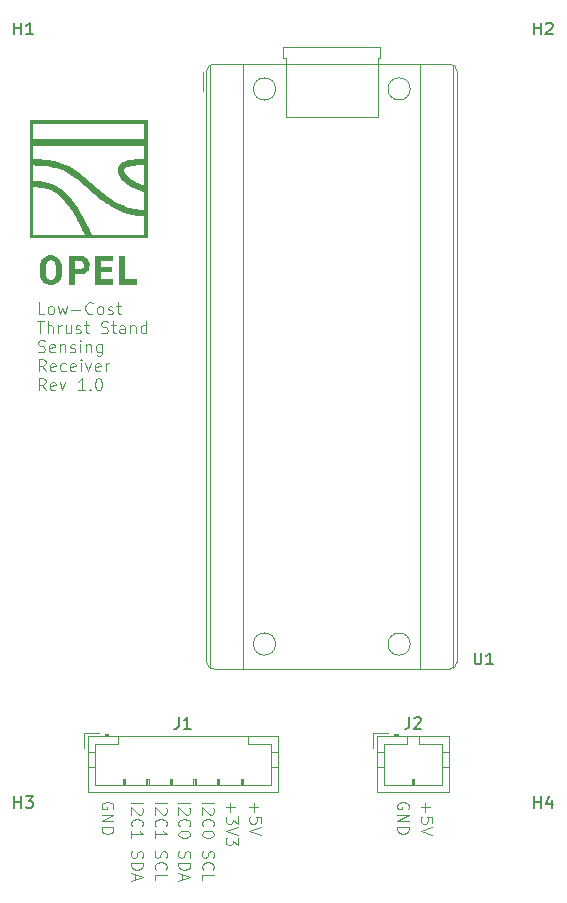
<source format=gbr>
%TF.GenerationSoftware,KiCad,Pcbnew,8.0.5*%
%TF.CreationDate,2024-10-10T19:03:06-04:00*%
%TF.ProjectId,receiver,72656365-6976-4657-922e-6b696361645f,rev?*%
%TF.SameCoordinates,Original*%
%TF.FileFunction,Legend,Top*%
%TF.FilePolarity,Positive*%
%FSLAX46Y46*%
G04 Gerber Fmt 4.6, Leading zero omitted, Abs format (unit mm)*
G04 Created by KiCad (PCBNEW 8.0.5) date 2024-10-10 19:03:06*
%MOMM*%
%LPD*%
G01*
G04 APERTURE LIST*
%ADD10C,0.100000*%
%ADD11C,0.150000*%
%ADD12C,0.000000*%
%ADD13C,0.120000*%
G04 APERTURE END LIST*
D10*
X126627580Y-130803884D02*
X127627580Y-130803884D01*
X127532342Y-131232455D02*
X127579961Y-131280074D01*
X127579961Y-131280074D02*
X127627580Y-131375312D01*
X127627580Y-131375312D02*
X127627580Y-131613407D01*
X127627580Y-131613407D02*
X127579961Y-131708645D01*
X127579961Y-131708645D02*
X127532342Y-131756264D01*
X127532342Y-131756264D02*
X127437104Y-131803883D01*
X127437104Y-131803883D02*
X127341866Y-131803883D01*
X127341866Y-131803883D02*
X127199009Y-131756264D01*
X127199009Y-131756264D02*
X126627580Y-131184836D01*
X126627580Y-131184836D02*
X126627580Y-131803883D01*
X126722819Y-132803883D02*
X126675200Y-132756264D01*
X126675200Y-132756264D02*
X126627580Y-132613407D01*
X126627580Y-132613407D02*
X126627580Y-132518169D01*
X126627580Y-132518169D02*
X126675200Y-132375312D01*
X126675200Y-132375312D02*
X126770438Y-132280074D01*
X126770438Y-132280074D02*
X126865676Y-132232455D01*
X126865676Y-132232455D02*
X127056152Y-132184836D01*
X127056152Y-132184836D02*
X127199009Y-132184836D01*
X127199009Y-132184836D02*
X127389485Y-132232455D01*
X127389485Y-132232455D02*
X127484723Y-132280074D01*
X127484723Y-132280074D02*
X127579961Y-132375312D01*
X127579961Y-132375312D02*
X127627580Y-132518169D01*
X127627580Y-132518169D02*
X127627580Y-132613407D01*
X127627580Y-132613407D02*
X127579961Y-132756264D01*
X127579961Y-132756264D02*
X127532342Y-132803883D01*
X127627580Y-133422931D02*
X127627580Y-133518169D01*
X127627580Y-133518169D02*
X127579961Y-133613407D01*
X127579961Y-133613407D02*
X127532342Y-133661026D01*
X127532342Y-133661026D02*
X127437104Y-133708645D01*
X127437104Y-133708645D02*
X127246628Y-133756264D01*
X127246628Y-133756264D02*
X127008533Y-133756264D01*
X127008533Y-133756264D02*
X126818057Y-133708645D01*
X126818057Y-133708645D02*
X126722819Y-133661026D01*
X126722819Y-133661026D02*
X126675200Y-133613407D01*
X126675200Y-133613407D02*
X126627580Y-133518169D01*
X126627580Y-133518169D02*
X126627580Y-133422931D01*
X126627580Y-133422931D02*
X126675200Y-133327693D01*
X126675200Y-133327693D02*
X126722819Y-133280074D01*
X126722819Y-133280074D02*
X126818057Y-133232455D01*
X126818057Y-133232455D02*
X127008533Y-133184836D01*
X127008533Y-133184836D02*
X127246628Y-133184836D01*
X127246628Y-133184836D02*
X127437104Y-133232455D01*
X127437104Y-133232455D02*
X127532342Y-133280074D01*
X127532342Y-133280074D02*
X127579961Y-133327693D01*
X127579961Y-133327693D02*
X127627580Y-133422931D01*
X126675200Y-134899122D02*
X126627580Y-135041979D01*
X126627580Y-135041979D02*
X126627580Y-135280074D01*
X126627580Y-135280074D02*
X126675200Y-135375312D01*
X126675200Y-135375312D02*
X126722819Y-135422931D01*
X126722819Y-135422931D02*
X126818057Y-135470550D01*
X126818057Y-135470550D02*
X126913295Y-135470550D01*
X126913295Y-135470550D02*
X127008533Y-135422931D01*
X127008533Y-135422931D02*
X127056152Y-135375312D01*
X127056152Y-135375312D02*
X127103771Y-135280074D01*
X127103771Y-135280074D02*
X127151390Y-135089598D01*
X127151390Y-135089598D02*
X127199009Y-134994360D01*
X127199009Y-134994360D02*
X127246628Y-134946741D01*
X127246628Y-134946741D02*
X127341866Y-134899122D01*
X127341866Y-134899122D02*
X127437104Y-134899122D01*
X127437104Y-134899122D02*
X127532342Y-134946741D01*
X127532342Y-134946741D02*
X127579961Y-134994360D01*
X127579961Y-134994360D02*
X127627580Y-135089598D01*
X127627580Y-135089598D02*
X127627580Y-135327693D01*
X127627580Y-135327693D02*
X127579961Y-135470550D01*
X126627580Y-135899122D02*
X127627580Y-135899122D01*
X127627580Y-135899122D02*
X127627580Y-136137217D01*
X127627580Y-136137217D02*
X127579961Y-136280074D01*
X127579961Y-136280074D02*
X127484723Y-136375312D01*
X127484723Y-136375312D02*
X127389485Y-136422931D01*
X127389485Y-136422931D02*
X127199009Y-136470550D01*
X127199009Y-136470550D02*
X127056152Y-136470550D01*
X127056152Y-136470550D02*
X126865676Y-136422931D01*
X126865676Y-136422931D02*
X126770438Y-136375312D01*
X126770438Y-136375312D02*
X126675200Y-136280074D01*
X126675200Y-136280074D02*
X126627580Y-136137217D01*
X126627580Y-136137217D02*
X126627580Y-135899122D01*
X126913295Y-136851503D02*
X126913295Y-137327693D01*
X126627580Y-136756265D02*
X127627580Y-137089598D01*
X127627580Y-137089598D02*
X126627580Y-137422931D01*
X146079961Y-131327693D02*
X146127580Y-131232455D01*
X146127580Y-131232455D02*
X146127580Y-131089598D01*
X146127580Y-131089598D02*
X146079961Y-130946741D01*
X146079961Y-130946741D02*
X145984723Y-130851503D01*
X145984723Y-130851503D02*
X145889485Y-130803884D01*
X145889485Y-130803884D02*
X145699009Y-130756265D01*
X145699009Y-130756265D02*
X145556152Y-130756265D01*
X145556152Y-130756265D02*
X145365676Y-130803884D01*
X145365676Y-130803884D02*
X145270438Y-130851503D01*
X145270438Y-130851503D02*
X145175200Y-130946741D01*
X145175200Y-130946741D02*
X145127580Y-131089598D01*
X145127580Y-131089598D02*
X145127580Y-131184836D01*
X145127580Y-131184836D02*
X145175200Y-131327693D01*
X145175200Y-131327693D02*
X145222819Y-131375312D01*
X145222819Y-131375312D02*
X145556152Y-131375312D01*
X145556152Y-131375312D02*
X145556152Y-131184836D01*
X145127580Y-131803884D02*
X146127580Y-131803884D01*
X146127580Y-131803884D02*
X145127580Y-132375312D01*
X145127580Y-132375312D02*
X146127580Y-132375312D01*
X145127580Y-132851503D02*
X146127580Y-132851503D01*
X146127580Y-132851503D02*
X146127580Y-133089598D01*
X146127580Y-133089598D02*
X146079961Y-133232455D01*
X146079961Y-133232455D02*
X145984723Y-133327693D01*
X145984723Y-133327693D02*
X145889485Y-133375312D01*
X145889485Y-133375312D02*
X145699009Y-133422931D01*
X145699009Y-133422931D02*
X145556152Y-133422931D01*
X145556152Y-133422931D02*
X145365676Y-133375312D01*
X145365676Y-133375312D02*
X145270438Y-133327693D01*
X145270438Y-133327693D02*
X145175200Y-133232455D01*
X145175200Y-133232455D02*
X145127580Y-133089598D01*
X145127580Y-133089598D02*
X145127580Y-132851503D01*
X124627580Y-130803884D02*
X125627580Y-130803884D01*
X125532342Y-131232455D02*
X125579961Y-131280074D01*
X125579961Y-131280074D02*
X125627580Y-131375312D01*
X125627580Y-131375312D02*
X125627580Y-131613407D01*
X125627580Y-131613407D02*
X125579961Y-131708645D01*
X125579961Y-131708645D02*
X125532342Y-131756264D01*
X125532342Y-131756264D02*
X125437104Y-131803883D01*
X125437104Y-131803883D02*
X125341866Y-131803883D01*
X125341866Y-131803883D02*
X125199009Y-131756264D01*
X125199009Y-131756264D02*
X124627580Y-131184836D01*
X124627580Y-131184836D02*
X124627580Y-131803883D01*
X124722819Y-132803883D02*
X124675200Y-132756264D01*
X124675200Y-132756264D02*
X124627580Y-132613407D01*
X124627580Y-132613407D02*
X124627580Y-132518169D01*
X124627580Y-132518169D02*
X124675200Y-132375312D01*
X124675200Y-132375312D02*
X124770438Y-132280074D01*
X124770438Y-132280074D02*
X124865676Y-132232455D01*
X124865676Y-132232455D02*
X125056152Y-132184836D01*
X125056152Y-132184836D02*
X125199009Y-132184836D01*
X125199009Y-132184836D02*
X125389485Y-132232455D01*
X125389485Y-132232455D02*
X125484723Y-132280074D01*
X125484723Y-132280074D02*
X125579961Y-132375312D01*
X125579961Y-132375312D02*
X125627580Y-132518169D01*
X125627580Y-132518169D02*
X125627580Y-132613407D01*
X125627580Y-132613407D02*
X125579961Y-132756264D01*
X125579961Y-132756264D02*
X125532342Y-132803883D01*
X124627580Y-133756264D02*
X124627580Y-133184836D01*
X124627580Y-133470550D02*
X125627580Y-133470550D01*
X125627580Y-133470550D02*
X125484723Y-133375312D01*
X125484723Y-133375312D02*
X125389485Y-133280074D01*
X125389485Y-133280074D02*
X125341866Y-133184836D01*
X124675200Y-134899122D02*
X124627580Y-135041979D01*
X124627580Y-135041979D02*
X124627580Y-135280074D01*
X124627580Y-135280074D02*
X124675200Y-135375312D01*
X124675200Y-135375312D02*
X124722819Y-135422931D01*
X124722819Y-135422931D02*
X124818057Y-135470550D01*
X124818057Y-135470550D02*
X124913295Y-135470550D01*
X124913295Y-135470550D02*
X125008533Y-135422931D01*
X125008533Y-135422931D02*
X125056152Y-135375312D01*
X125056152Y-135375312D02*
X125103771Y-135280074D01*
X125103771Y-135280074D02*
X125151390Y-135089598D01*
X125151390Y-135089598D02*
X125199009Y-134994360D01*
X125199009Y-134994360D02*
X125246628Y-134946741D01*
X125246628Y-134946741D02*
X125341866Y-134899122D01*
X125341866Y-134899122D02*
X125437104Y-134899122D01*
X125437104Y-134899122D02*
X125532342Y-134946741D01*
X125532342Y-134946741D02*
X125579961Y-134994360D01*
X125579961Y-134994360D02*
X125627580Y-135089598D01*
X125627580Y-135089598D02*
X125627580Y-135327693D01*
X125627580Y-135327693D02*
X125579961Y-135470550D01*
X124722819Y-136470550D02*
X124675200Y-136422931D01*
X124675200Y-136422931D02*
X124627580Y-136280074D01*
X124627580Y-136280074D02*
X124627580Y-136184836D01*
X124627580Y-136184836D02*
X124675200Y-136041979D01*
X124675200Y-136041979D02*
X124770438Y-135946741D01*
X124770438Y-135946741D02*
X124865676Y-135899122D01*
X124865676Y-135899122D02*
X125056152Y-135851503D01*
X125056152Y-135851503D02*
X125199009Y-135851503D01*
X125199009Y-135851503D02*
X125389485Y-135899122D01*
X125389485Y-135899122D02*
X125484723Y-135946741D01*
X125484723Y-135946741D02*
X125579961Y-136041979D01*
X125579961Y-136041979D02*
X125627580Y-136184836D01*
X125627580Y-136184836D02*
X125627580Y-136280074D01*
X125627580Y-136280074D02*
X125579961Y-136422931D01*
X125579961Y-136422931D02*
X125532342Y-136470550D01*
X124627580Y-137375312D02*
X124627580Y-136899122D01*
X124627580Y-136899122D02*
X125627580Y-136899122D01*
X128627580Y-130803884D02*
X129627580Y-130803884D01*
X129532342Y-131232455D02*
X129579961Y-131280074D01*
X129579961Y-131280074D02*
X129627580Y-131375312D01*
X129627580Y-131375312D02*
X129627580Y-131613407D01*
X129627580Y-131613407D02*
X129579961Y-131708645D01*
X129579961Y-131708645D02*
X129532342Y-131756264D01*
X129532342Y-131756264D02*
X129437104Y-131803883D01*
X129437104Y-131803883D02*
X129341866Y-131803883D01*
X129341866Y-131803883D02*
X129199009Y-131756264D01*
X129199009Y-131756264D02*
X128627580Y-131184836D01*
X128627580Y-131184836D02*
X128627580Y-131803883D01*
X128722819Y-132803883D02*
X128675200Y-132756264D01*
X128675200Y-132756264D02*
X128627580Y-132613407D01*
X128627580Y-132613407D02*
X128627580Y-132518169D01*
X128627580Y-132518169D02*
X128675200Y-132375312D01*
X128675200Y-132375312D02*
X128770438Y-132280074D01*
X128770438Y-132280074D02*
X128865676Y-132232455D01*
X128865676Y-132232455D02*
X129056152Y-132184836D01*
X129056152Y-132184836D02*
X129199009Y-132184836D01*
X129199009Y-132184836D02*
X129389485Y-132232455D01*
X129389485Y-132232455D02*
X129484723Y-132280074D01*
X129484723Y-132280074D02*
X129579961Y-132375312D01*
X129579961Y-132375312D02*
X129627580Y-132518169D01*
X129627580Y-132518169D02*
X129627580Y-132613407D01*
X129627580Y-132613407D02*
X129579961Y-132756264D01*
X129579961Y-132756264D02*
X129532342Y-132803883D01*
X129627580Y-133422931D02*
X129627580Y-133518169D01*
X129627580Y-133518169D02*
X129579961Y-133613407D01*
X129579961Y-133613407D02*
X129532342Y-133661026D01*
X129532342Y-133661026D02*
X129437104Y-133708645D01*
X129437104Y-133708645D02*
X129246628Y-133756264D01*
X129246628Y-133756264D02*
X129008533Y-133756264D01*
X129008533Y-133756264D02*
X128818057Y-133708645D01*
X128818057Y-133708645D02*
X128722819Y-133661026D01*
X128722819Y-133661026D02*
X128675200Y-133613407D01*
X128675200Y-133613407D02*
X128627580Y-133518169D01*
X128627580Y-133518169D02*
X128627580Y-133422931D01*
X128627580Y-133422931D02*
X128675200Y-133327693D01*
X128675200Y-133327693D02*
X128722819Y-133280074D01*
X128722819Y-133280074D02*
X128818057Y-133232455D01*
X128818057Y-133232455D02*
X129008533Y-133184836D01*
X129008533Y-133184836D02*
X129246628Y-133184836D01*
X129246628Y-133184836D02*
X129437104Y-133232455D01*
X129437104Y-133232455D02*
X129532342Y-133280074D01*
X129532342Y-133280074D02*
X129579961Y-133327693D01*
X129579961Y-133327693D02*
X129627580Y-133422931D01*
X128675200Y-134899122D02*
X128627580Y-135041979D01*
X128627580Y-135041979D02*
X128627580Y-135280074D01*
X128627580Y-135280074D02*
X128675200Y-135375312D01*
X128675200Y-135375312D02*
X128722819Y-135422931D01*
X128722819Y-135422931D02*
X128818057Y-135470550D01*
X128818057Y-135470550D02*
X128913295Y-135470550D01*
X128913295Y-135470550D02*
X129008533Y-135422931D01*
X129008533Y-135422931D02*
X129056152Y-135375312D01*
X129056152Y-135375312D02*
X129103771Y-135280074D01*
X129103771Y-135280074D02*
X129151390Y-135089598D01*
X129151390Y-135089598D02*
X129199009Y-134994360D01*
X129199009Y-134994360D02*
X129246628Y-134946741D01*
X129246628Y-134946741D02*
X129341866Y-134899122D01*
X129341866Y-134899122D02*
X129437104Y-134899122D01*
X129437104Y-134899122D02*
X129532342Y-134946741D01*
X129532342Y-134946741D02*
X129579961Y-134994360D01*
X129579961Y-134994360D02*
X129627580Y-135089598D01*
X129627580Y-135089598D02*
X129627580Y-135327693D01*
X129627580Y-135327693D02*
X129579961Y-135470550D01*
X128722819Y-136470550D02*
X128675200Y-136422931D01*
X128675200Y-136422931D02*
X128627580Y-136280074D01*
X128627580Y-136280074D02*
X128627580Y-136184836D01*
X128627580Y-136184836D02*
X128675200Y-136041979D01*
X128675200Y-136041979D02*
X128770438Y-135946741D01*
X128770438Y-135946741D02*
X128865676Y-135899122D01*
X128865676Y-135899122D02*
X129056152Y-135851503D01*
X129056152Y-135851503D02*
X129199009Y-135851503D01*
X129199009Y-135851503D02*
X129389485Y-135899122D01*
X129389485Y-135899122D02*
X129484723Y-135946741D01*
X129484723Y-135946741D02*
X129579961Y-136041979D01*
X129579961Y-136041979D02*
X129627580Y-136184836D01*
X129627580Y-136184836D02*
X129627580Y-136280074D01*
X129627580Y-136280074D02*
X129579961Y-136422931D01*
X129579961Y-136422931D02*
X129532342Y-136470550D01*
X128627580Y-137375312D02*
X128627580Y-136899122D01*
X128627580Y-136899122D02*
X129627580Y-136899122D01*
X131008533Y-130803884D02*
X131008533Y-131565789D01*
X130627580Y-131184836D02*
X131389485Y-131184836D01*
X131627580Y-131946741D02*
X131627580Y-132565788D01*
X131627580Y-132565788D02*
X131246628Y-132232455D01*
X131246628Y-132232455D02*
X131246628Y-132375312D01*
X131246628Y-132375312D02*
X131199009Y-132470550D01*
X131199009Y-132470550D02*
X131151390Y-132518169D01*
X131151390Y-132518169D02*
X131056152Y-132565788D01*
X131056152Y-132565788D02*
X130818057Y-132565788D01*
X130818057Y-132565788D02*
X130722819Y-132518169D01*
X130722819Y-132518169D02*
X130675200Y-132470550D01*
X130675200Y-132470550D02*
X130627580Y-132375312D01*
X130627580Y-132375312D02*
X130627580Y-132089598D01*
X130627580Y-132089598D02*
X130675200Y-131994360D01*
X130675200Y-131994360D02*
X130722819Y-131946741D01*
X131627580Y-132851503D02*
X130627580Y-133184836D01*
X130627580Y-133184836D02*
X131627580Y-133518169D01*
X131627580Y-133756265D02*
X131627580Y-134375312D01*
X131627580Y-134375312D02*
X131246628Y-134041979D01*
X131246628Y-134041979D02*
X131246628Y-134184836D01*
X131246628Y-134184836D02*
X131199009Y-134280074D01*
X131199009Y-134280074D02*
X131151390Y-134327693D01*
X131151390Y-134327693D02*
X131056152Y-134375312D01*
X131056152Y-134375312D02*
X130818057Y-134375312D01*
X130818057Y-134375312D02*
X130722819Y-134327693D01*
X130722819Y-134327693D02*
X130675200Y-134280074D01*
X130675200Y-134280074D02*
X130627580Y-134184836D01*
X130627580Y-134184836D02*
X130627580Y-133899122D01*
X130627580Y-133899122D02*
X130675200Y-133803884D01*
X130675200Y-133803884D02*
X130722819Y-133756265D01*
X133008533Y-130803884D02*
X133008533Y-131565789D01*
X132627580Y-131184836D02*
X133389485Y-131184836D01*
X133627580Y-132518169D02*
X133627580Y-132041979D01*
X133627580Y-132041979D02*
X133151390Y-131994360D01*
X133151390Y-131994360D02*
X133199009Y-132041979D01*
X133199009Y-132041979D02*
X133246628Y-132137217D01*
X133246628Y-132137217D02*
X133246628Y-132375312D01*
X133246628Y-132375312D02*
X133199009Y-132470550D01*
X133199009Y-132470550D02*
X133151390Y-132518169D01*
X133151390Y-132518169D02*
X133056152Y-132565788D01*
X133056152Y-132565788D02*
X132818057Y-132565788D01*
X132818057Y-132565788D02*
X132722819Y-132518169D01*
X132722819Y-132518169D02*
X132675200Y-132470550D01*
X132675200Y-132470550D02*
X132627580Y-132375312D01*
X132627580Y-132375312D02*
X132627580Y-132137217D01*
X132627580Y-132137217D02*
X132675200Y-132041979D01*
X132675200Y-132041979D02*
X132722819Y-131994360D01*
X133627580Y-132851503D02*
X132627580Y-133184836D01*
X132627580Y-133184836D02*
X133627580Y-133518169D01*
X147508533Y-130803884D02*
X147508533Y-131565789D01*
X147127580Y-131184836D02*
X147889485Y-131184836D01*
X148127580Y-132518169D02*
X148127580Y-132041979D01*
X148127580Y-132041979D02*
X147651390Y-131994360D01*
X147651390Y-131994360D02*
X147699009Y-132041979D01*
X147699009Y-132041979D02*
X147746628Y-132137217D01*
X147746628Y-132137217D02*
X147746628Y-132375312D01*
X147746628Y-132375312D02*
X147699009Y-132470550D01*
X147699009Y-132470550D02*
X147651390Y-132518169D01*
X147651390Y-132518169D02*
X147556152Y-132565788D01*
X147556152Y-132565788D02*
X147318057Y-132565788D01*
X147318057Y-132565788D02*
X147222819Y-132518169D01*
X147222819Y-132518169D02*
X147175200Y-132470550D01*
X147175200Y-132470550D02*
X147127580Y-132375312D01*
X147127580Y-132375312D02*
X147127580Y-132137217D01*
X147127580Y-132137217D02*
X147175200Y-132041979D01*
X147175200Y-132041979D02*
X147222819Y-131994360D01*
X148127580Y-132851503D02*
X147127580Y-133184836D01*
X147127580Y-133184836D02*
X148127580Y-133518169D01*
X121079961Y-131327693D02*
X121127580Y-131232455D01*
X121127580Y-131232455D02*
X121127580Y-131089598D01*
X121127580Y-131089598D02*
X121079961Y-130946741D01*
X121079961Y-130946741D02*
X120984723Y-130851503D01*
X120984723Y-130851503D02*
X120889485Y-130803884D01*
X120889485Y-130803884D02*
X120699009Y-130756265D01*
X120699009Y-130756265D02*
X120556152Y-130756265D01*
X120556152Y-130756265D02*
X120365676Y-130803884D01*
X120365676Y-130803884D02*
X120270438Y-130851503D01*
X120270438Y-130851503D02*
X120175200Y-130946741D01*
X120175200Y-130946741D02*
X120127580Y-131089598D01*
X120127580Y-131089598D02*
X120127580Y-131184836D01*
X120127580Y-131184836D02*
X120175200Y-131327693D01*
X120175200Y-131327693D02*
X120222819Y-131375312D01*
X120222819Y-131375312D02*
X120556152Y-131375312D01*
X120556152Y-131375312D02*
X120556152Y-131184836D01*
X120127580Y-131803884D02*
X121127580Y-131803884D01*
X121127580Y-131803884D02*
X120127580Y-132375312D01*
X120127580Y-132375312D02*
X121127580Y-132375312D01*
X120127580Y-132851503D02*
X121127580Y-132851503D01*
X121127580Y-132851503D02*
X121127580Y-133089598D01*
X121127580Y-133089598D02*
X121079961Y-133232455D01*
X121079961Y-133232455D02*
X120984723Y-133327693D01*
X120984723Y-133327693D02*
X120889485Y-133375312D01*
X120889485Y-133375312D02*
X120699009Y-133422931D01*
X120699009Y-133422931D02*
X120556152Y-133422931D01*
X120556152Y-133422931D02*
X120365676Y-133375312D01*
X120365676Y-133375312D02*
X120270438Y-133327693D01*
X120270438Y-133327693D02*
X120175200Y-133232455D01*
X120175200Y-133232455D02*
X120127580Y-133089598D01*
X120127580Y-133089598D02*
X120127580Y-132851503D01*
X115280074Y-89432643D02*
X114803884Y-89432643D01*
X114803884Y-89432643D02*
X114803884Y-88432643D01*
X115756265Y-89432643D02*
X115661027Y-89385024D01*
X115661027Y-89385024D02*
X115613408Y-89337404D01*
X115613408Y-89337404D02*
X115565789Y-89242166D01*
X115565789Y-89242166D02*
X115565789Y-88956452D01*
X115565789Y-88956452D02*
X115613408Y-88861214D01*
X115613408Y-88861214D02*
X115661027Y-88813595D01*
X115661027Y-88813595D02*
X115756265Y-88765976D01*
X115756265Y-88765976D02*
X115899122Y-88765976D01*
X115899122Y-88765976D02*
X115994360Y-88813595D01*
X115994360Y-88813595D02*
X116041979Y-88861214D01*
X116041979Y-88861214D02*
X116089598Y-88956452D01*
X116089598Y-88956452D02*
X116089598Y-89242166D01*
X116089598Y-89242166D02*
X116041979Y-89337404D01*
X116041979Y-89337404D02*
X115994360Y-89385024D01*
X115994360Y-89385024D02*
X115899122Y-89432643D01*
X115899122Y-89432643D02*
X115756265Y-89432643D01*
X116422932Y-88765976D02*
X116613408Y-89432643D01*
X116613408Y-89432643D02*
X116803884Y-88956452D01*
X116803884Y-88956452D02*
X116994360Y-89432643D01*
X116994360Y-89432643D02*
X117184836Y-88765976D01*
X117565789Y-89051690D02*
X118327694Y-89051690D01*
X119375312Y-89337404D02*
X119327693Y-89385024D01*
X119327693Y-89385024D02*
X119184836Y-89432643D01*
X119184836Y-89432643D02*
X119089598Y-89432643D01*
X119089598Y-89432643D02*
X118946741Y-89385024D01*
X118946741Y-89385024D02*
X118851503Y-89289785D01*
X118851503Y-89289785D02*
X118803884Y-89194547D01*
X118803884Y-89194547D02*
X118756265Y-89004071D01*
X118756265Y-89004071D02*
X118756265Y-88861214D01*
X118756265Y-88861214D02*
X118803884Y-88670738D01*
X118803884Y-88670738D02*
X118851503Y-88575500D01*
X118851503Y-88575500D02*
X118946741Y-88480262D01*
X118946741Y-88480262D02*
X119089598Y-88432643D01*
X119089598Y-88432643D02*
X119184836Y-88432643D01*
X119184836Y-88432643D02*
X119327693Y-88480262D01*
X119327693Y-88480262D02*
X119375312Y-88527881D01*
X119946741Y-89432643D02*
X119851503Y-89385024D01*
X119851503Y-89385024D02*
X119803884Y-89337404D01*
X119803884Y-89337404D02*
X119756265Y-89242166D01*
X119756265Y-89242166D02*
X119756265Y-88956452D01*
X119756265Y-88956452D02*
X119803884Y-88861214D01*
X119803884Y-88861214D02*
X119851503Y-88813595D01*
X119851503Y-88813595D02*
X119946741Y-88765976D01*
X119946741Y-88765976D02*
X120089598Y-88765976D01*
X120089598Y-88765976D02*
X120184836Y-88813595D01*
X120184836Y-88813595D02*
X120232455Y-88861214D01*
X120232455Y-88861214D02*
X120280074Y-88956452D01*
X120280074Y-88956452D02*
X120280074Y-89242166D01*
X120280074Y-89242166D02*
X120232455Y-89337404D01*
X120232455Y-89337404D02*
X120184836Y-89385024D01*
X120184836Y-89385024D02*
X120089598Y-89432643D01*
X120089598Y-89432643D02*
X119946741Y-89432643D01*
X120661027Y-89385024D02*
X120756265Y-89432643D01*
X120756265Y-89432643D02*
X120946741Y-89432643D01*
X120946741Y-89432643D02*
X121041979Y-89385024D01*
X121041979Y-89385024D02*
X121089598Y-89289785D01*
X121089598Y-89289785D02*
X121089598Y-89242166D01*
X121089598Y-89242166D02*
X121041979Y-89146928D01*
X121041979Y-89146928D02*
X120946741Y-89099309D01*
X120946741Y-89099309D02*
X120803884Y-89099309D01*
X120803884Y-89099309D02*
X120708646Y-89051690D01*
X120708646Y-89051690D02*
X120661027Y-88956452D01*
X120661027Y-88956452D02*
X120661027Y-88908833D01*
X120661027Y-88908833D02*
X120708646Y-88813595D01*
X120708646Y-88813595D02*
X120803884Y-88765976D01*
X120803884Y-88765976D02*
X120946741Y-88765976D01*
X120946741Y-88765976D02*
X121041979Y-88813595D01*
X121375313Y-88765976D02*
X121756265Y-88765976D01*
X121518170Y-88432643D02*
X121518170Y-89289785D01*
X121518170Y-89289785D02*
X121565789Y-89385024D01*
X121565789Y-89385024D02*
X121661027Y-89432643D01*
X121661027Y-89432643D02*
X121756265Y-89432643D01*
X114661027Y-90042587D02*
X115232455Y-90042587D01*
X114946741Y-91042587D02*
X114946741Y-90042587D01*
X115565789Y-91042587D02*
X115565789Y-90042587D01*
X115994360Y-91042587D02*
X115994360Y-90518777D01*
X115994360Y-90518777D02*
X115946741Y-90423539D01*
X115946741Y-90423539D02*
X115851503Y-90375920D01*
X115851503Y-90375920D02*
X115708646Y-90375920D01*
X115708646Y-90375920D02*
X115613408Y-90423539D01*
X115613408Y-90423539D02*
X115565789Y-90471158D01*
X116470551Y-91042587D02*
X116470551Y-90375920D01*
X116470551Y-90566396D02*
X116518170Y-90471158D01*
X116518170Y-90471158D02*
X116565789Y-90423539D01*
X116565789Y-90423539D02*
X116661027Y-90375920D01*
X116661027Y-90375920D02*
X116756265Y-90375920D01*
X117518170Y-90375920D02*
X117518170Y-91042587D01*
X117089599Y-90375920D02*
X117089599Y-90899729D01*
X117089599Y-90899729D02*
X117137218Y-90994968D01*
X117137218Y-90994968D02*
X117232456Y-91042587D01*
X117232456Y-91042587D02*
X117375313Y-91042587D01*
X117375313Y-91042587D02*
X117470551Y-90994968D01*
X117470551Y-90994968D02*
X117518170Y-90947348D01*
X117946742Y-90994968D02*
X118041980Y-91042587D01*
X118041980Y-91042587D02*
X118232456Y-91042587D01*
X118232456Y-91042587D02*
X118327694Y-90994968D01*
X118327694Y-90994968D02*
X118375313Y-90899729D01*
X118375313Y-90899729D02*
X118375313Y-90852110D01*
X118375313Y-90852110D02*
X118327694Y-90756872D01*
X118327694Y-90756872D02*
X118232456Y-90709253D01*
X118232456Y-90709253D02*
X118089599Y-90709253D01*
X118089599Y-90709253D02*
X117994361Y-90661634D01*
X117994361Y-90661634D02*
X117946742Y-90566396D01*
X117946742Y-90566396D02*
X117946742Y-90518777D01*
X117946742Y-90518777D02*
X117994361Y-90423539D01*
X117994361Y-90423539D02*
X118089599Y-90375920D01*
X118089599Y-90375920D02*
X118232456Y-90375920D01*
X118232456Y-90375920D02*
X118327694Y-90423539D01*
X118661028Y-90375920D02*
X119041980Y-90375920D01*
X118803885Y-90042587D02*
X118803885Y-90899729D01*
X118803885Y-90899729D02*
X118851504Y-90994968D01*
X118851504Y-90994968D02*
X118946742Y-91042587D01*
X118946742Y-91042587D02*
X119041980Y-91042587D01*
X120089600Y-90994968D02*
X120232457Y-91042587D01*
X120232457Y-91042587D02*
X120470552Y-91042587D01*
X120470552Y-91042587D02*
X120565790Y-90994968D01*
X120565790Y-90994968D02*
X120613409Y-90947348D01*
X120613409Y-90947348D02*
X120661028Y-90852110D01*
X120661028Y-90852110D02*
X120661028Y-90756872D01*
X120661028Y-90756872D02*
X120613409Y-90661634D01*
X120613409Y-90661634D02*
X120565790Y-90614015D01*
X120565790Y-90614015D02*
X120470552Y-90566396D01*
X120470552Y-90566396D02*
X120280076Y-90518777D01*
X120280076Y-90518777D02*
X120184838Y-90471158D01*
X120184838Y-90471158D02*
X120137219Y-90423539D01*
X120137219Y-90423539D02*
X120089600Y-90328301D01*
X120089600Y-90328301D02*
X120089600Y-90233063D01*
X120089600Y-90233063D02*
X120137219Y-90137825D01*
X120137219Y-90137825D02*
X120184838Y-90090206D01*
X120184838Y-90090206D02*
X120280076Y-90042587D01*
X120280076Y-90042587D02*
X120518171Y-90042587D01*
X120518171Y-90042587D02*
X120661028Y-90090206D01*
X120946743Y-90375920D02*
X121327695Y-90375920D01*
X121089600Y-90042587D02*
X121089600Y-90899729D01*
X121089600Y-90899729D02*
X121137219Y-90994968D01*
X121137219Y-90994968D02*
X121232457Y-91042587D01*
X121232457Y-91042587D02*
X121327695Y-91042587D01*
X122089600Y-91042587D02*
X122089600Y-90518777D01*
X122089600Y-90518777D02*
X122041981Y-90423539D01*
X122041981Y-90423539D02*
X121946743Y-90375920D01*
X121946743Y-90375920D02*
X121756267Y-90375920D01*
X121756267Y-90375920D02*
X121661029Y-90423539D01*
X122089600Y-90994968D02*
X121994362Y-91042587D01*
X121994362Y-91042587D02*
X121756267Y-91042587D01*
X121756267Y-91042587D02*
X121661029Y-90994968D01*
X121661029Y-90994968D02*
X121613410Y-90899729D01*
X121613410Y-90899729D02*
X121613410Y-90804491D01*
X121613410Y-90804491D02*
X121661029Y-90709253D01*
X121661029Y-90709253D02*
X121756267Y-90661634D01*
X121756267Y-90661634D02*
X121994362Y-90661634D01*
X121994362Y-90661634D02*
X122089600Y-90614015D01*
X122565791Y-90375920D02*
X122565791Y-91042587D01*
X122565791Y-90471158D02*
X122613410Y-90423539D01*
X122613410Y-90423539D02*
X122708648Y-90375920D01*
X122708648Y-90375920D02*
X122851505Y-90375920D01*
X122851505Y-90375920D02*
X122946743Y-90423539D01*
X122946743Y-90423539D02*
X122994362Y-90518777D01*
X122994362Y-90518777D02*
X122994362Y-91042587D01*
X123899124Y-91042587D02*
X123899124Y-90042587D01*
X123899124Y-90994968D02*
X123803886Y-91042587D01*
X123803886Y-91042587D02*
X123613410Y-91042587D01*
X123613410Y-91042587D02*
X123518172Y-90994968D01*
X123518172Y-90994968D02*
X123470553Y-90947348D01*
X123470553Y-90947348D02*
X123422934Y-90852110D01*
X123422934Y-90852110D02*
X123422934Y-90566396D01*
X123422934Y-90566396D02*
X123470553Y-90471158D01*
X123470553Y-90471158D02*
X123518172Y-90423539D01*
X123518172Y-90423539D02*
X123613410Y-90375920D01*
X123613410Y-90375920D02*
X123803886Y-90375920D01*
X123803886Y-90375920D02*
X123899124Y-90423539D01*
X114756265Y-92604912D02*
X114899122Y-92652531D01*
X114899122Y-92652531D02*
X115137217Y-92652531D01*
X115137217Y-92652531D02*
X115232455Y-92604912D01*
X115232455Y-92604912D02*
X115280074Y-92557292D01*
X115280074Y-92557292D02*
X115327693Y-92462054D01*
X115327693Y-92462054D02*
X115327693Y-92366816D01*
X115327693Y-92366816D02*
X115280074Y-92271578D01*
X115280074Y-92271578D02*
X115232455Y-92223959D01*
X115232455Y-92223959D02*
X115137217Y-92176340D01*
X115137217Y-92176340D02*
X114946741Y-92128721D01*
X114946741Y-92128721D02*
X114851503Y-92081102D01*
X114851503Y-92081102D02*
X114803884Y-92033483D01*
X114803884Y-92033483D02*
X114756265Y-91938245D01*
X114756265Y-91938245D02*
X114756265Y-91843007D01*
X114756265Y-91843007D02*
X114803884Y-91747769D01*
X114803884Y-91747769D02*
X114851503Y-91700150D01*
X114851503Y-91700150D02*
X114946741Y-91652531D01*
X114946741Y-91652531D02*
X115184836Y-91652531D01*
X115184836Y-91652531D02*
X115327693Y-91700150D01*
X116137217Y-92604912D02*
X116041979Y-92652531D01*
X116041979Y-92652531D02*
X115851503Y-92652531D01*
X115851503Y-92652531D02*
X115756265Y-92604912D01*
X115756265Y-92604912D02*
X115708646Y-92509673D01*
X115708646Y-92509673D02*
X115708646Y-92128721D01*
X115708646Y-92128721D02*
X115756265Y-92033483D01*
X115756265Y-92033483D02*
X115851503Y-91985864D01*
X115851503Y-91985864D02*
X116041979Y-91985864D01*
X116041979Y-91985864D02*
X116137217Y-92033483D01*
X116137217Y-92033483D02*
X116184836Y-92128721D01*
X116184836Y-92128721D02*
X116184836Y-92223959D01*
X116184836Y-92223959D02*
X115708646Y-92319197D01*
X116613408Y-91985864D02*
X116613408Y-92652531D01*
X116613408Y-92081102D02*
X116661027Y-92033483D01*
X116661027Y-92033483D02*
X116756265Y-91985864D01*
X116756265Y-91985864D02*
X116899122Y-91985864D01*
X116899122Y-91985864D02*
X116994360Y-92033483D01*
X116994360Y-92033483D02*
X117041979Y-92128721D01*
X117041979Y-92128721D02*
X117041979Y-92652531D01*
X117470551Y-92604912D02*
X117565789Y-92652531D01*
X117565789Y-92652531D02*
X117756265Y-92652531D01*
X117756265Y-92652531D02*
X117851503Y-92604912D01*
X117851503Y-92604912D02*
X117899122Y-92509673D01*
X117899122Y-92509673D02*
X117899122Y-92462054D01*
X117899122Y-92462054D02*
X117851503Y-92366816D01*
X117851503Y-92366816D02*
X117756265Y-92319197D01*
X117756265Y-92319197D02*
X117613408Y-92319197D01*
X117613408Y-92319197D02*
X117518170Y-92271578D01*
X117518170Y-92271578D02*
X117470551Y-92176340D01*
X117470551Y-92176340D02*
X117470551Y-92128721D01*
X117470551Y-92128721D02*
X117518170Y-92033483D01*
X117518170Y-92033483D02*
X117613408Y-91985864D01*
X117613408Y-91985864D02*
X117756265Y-91985864D01*
X117756265Y-91985864D02*
X117851503Y-92033483D01*
X118327694Y-92652531D02*
X118327694Y-91985864D01*
X118327694Y-91652531D02*
X118280075Y-91700150D01*
X118280075Y-91700150D02*
X118327694Y-91747769D01*
X118327694Y-91747769D02*
X118375313Y-91700150D01*
X118375313Y-91700150D02*
X118327694Y-91652531D01*
X118327694Y-91652531D02*
X118327694Y-91747769D01*
X118803884Y-91985864D02*
X118803884Y-92652531D01*
X118803884Y-92081102D02*
X118851503Y-92033483D01*
X118851503Y-92033483D02*
X118946741Y-91985864D01*
X118946741Y-91985864D02*
X119089598Y-91985864D01*
X119089598Y-91985864D02*
X119184836Y-92033483D01*
X119184836Y-92033483D02*
X119232455Y-92128721D01*
X119232455Y-92128721D02*
X119232455Y-92652531D01*
X120137217Y-91985864D02*
X120137217Y-92795388D01*
X120137217Y-92795388D02*
X120089598Y-92890626D01*
X120089598Y-92890626D02*
X120041979Y-92938245D01*
X120041979Y-92938245D02*
X119946741Y-92985864D01*
X119946741Y-92985864D02*
X119803884Y-92985864D01*
X119803884Y-92985864D02*
X119708646Y-92938245D01*
X120137217Y-92604912D02*
X120041979Y-92652531D01*
X120041979Y-92652531D02*
X119851503Y-92652531D01*
X119851503Y-92652531D02*
X119756265Y-92604912D01*
X119756265Y-92604912D02*
X119708646Y-92557292D01*
X119708646Y-92557292D02*
X119661027Y-92462054D01*
X119661027Y-92462054D02*
X119661027Y-92176340D01*
X119661027Y-92176340D02*
X119708646Y-92081102D01*
X119708646Y-92081102D02*
X119756265Y-92033483D01*
X119756265Y-92033483D02*
X119851503Y-91985864D01*
X119851503Y-91985864D02*
X120041979Y-91985864D01*
X120041979Y-91985864D02*
X120137217Y-92033483D01*
X115375312Y-94262475D02*
X115041979Y-93786284D01*
X114803884Y-94262475D02*
X114803884Y-93262475D01*
X114803884Y-93262475D02*
X115184836Y-93262475D01*
X115184836Y-93262475D02*
X115280074Y-93310094D01*
X115280074Y-93310094D02*
X115327693Y-93357713D01*
X115327693Y-93357713D02*
X115375312Y-93452951D01*
X115375312Y-93452951D02*
X115375312Y-93595808D01*
X115375312Y-93595808D02*
X115327693Y-93691046D01*
X115327693Y-93691046D02*
X115280074Y-93738665D01*
X115280074Y-93738665D02*
X115184836Y-93786284D01*
X115184836Y-93786284D02*
X114803884Y-93786284D01*
X116184836Y-94214856D02*
X116089598Y-94262475D01*
X116089598Y-94262475D02*
X115899122Y-94262475D01*
X115899122Y-94262475D02*
X115803884Y-94214856D01*
X115803884Y-94214856D02*
X115756265Y-94119617D01*
X115756265Y-94119617D02*
X115756265Y-93738665D01*
X115756265Y-93738665D02*
X115803884Y-93643427D01*
X115803884Y-93643427D02*
X115899122Y-93595808D01*
X115899122Y-93595808D02*
X116089598Y-93595808D01*
X116089598Y-93595808D02*
X116184836Y-93643427D01*
X116184836Y-93643427D02*
X116232455Y-93738665D01*
X116232455Y-93738665D02*
X116232455Y-93833903D01*
X116232455Y-93833903D02*
X115756265Y-93929141D01*
X117089598Y-94214856D02*
X116994360Y-94262475D01*
X116994360Y-94262475D02*
X116803884Y-94262475D01*
X116803884Y-94262475D02*
X116708646Y-94214856D01*
X116708646Y-94214856D02*
X116661027Y-94167236D01*
X116661027Y-94167236D02*
X116613408Y-94071998D01*
X116613408Y-94071998D02*
X116613408Y-93786284D01*
X116613408Y-93786284D02*
X116661027Y-93691046D01*
X116661027Y-93691046D02*
X116708646Y-93643427D01*
X116708646Y-93643427D02*
X116803884Y-93595808D01*
X116803884Y-93595808D02*
X116994360Y-93595808D01*
X116994360Y-93595808D02*
X117089598Y-93643427D01*
X117899122Y-94214856D02*
X117803884Y-94262475D01*
X117803884Y-94262475D02*
X117613408Y-94262475D01*
X117613408Y-94262475D02*
X117518170Y-94214856D01*
X117518170Y-94214856D02*
X117470551Y-94119617D01*
X117470551Y-94119617D02*
X117470551Y-93738665D01*
X117470551Y-93738665D02*
X117518170Y-93643427D01*
X117518170Y-93643427D02*
X117613408Y-93595808D01*
X117613408Y-93595808D02*
X117803884Y-93595808D01*
X117803884Y-93595808D02*
X117899122Y-93643427D01*
X117899122Y-93643427D02*
X117946741Y-93738665D01*
X117946741Y-93738665D02*
X117946741Y-93833903D01*
X117946741Y-93833903D02*
X117470551Y-93929141D01*
X118375313Y-94262475D02*
X118375313Y-93595808D01*
X118375313Y-93262475D02*
X118327694Y-93310094D01*
X118327694Y-93310094D02*
X118375313Y-93357713D01*
X118375313Y-93357713D02*
X118422932Y-93310094D01*
X118422932Y-93310094D02*
X118375313Y-93262475D01*
X118375313Y-93262475D02*
X118375313Y-93357713D01*
X118756265Y-93595808D02*
X118994360Y-94262475D01*
X118994360Y-94262475D02*
X119232455Y-93595808D01*
X119994360Y-94214856D02*
X119899122Y-94262475D01*
X119899122Y-94262475D02*
X119708646Y-94262475D01*
X119708646Y-94262475D02*
X119613408Y-94214856D01*
X119613408Y-94214856D02*
X119565789Y-94119617D01*
X119565789Y-94119617D02*
X119565789Y-93738665D01*
X119565789Y-93738665D02*
X119613408Y-93643427D01*
X119613408Y-93643427D02*
X119708646Y-93595808D01*
X119708646Y-93595808D02*
X119899122Y-93595808D01*
X119899122Y-93595808D02*
X119994360Y-93643427D01*
X119994360Y-93643427D02*
X120041979Y-93738665D01*
X120041979Y-93738665D02*
X120041979Y-93833903D01*
X120041979Y-93833903D02*
X119565789Y-93929141D01*
X120470551Y-94262475D02*
X120470551Y-93595808D01*
X120470551Y-93786284D02*
X120518170Y-93691046D01*
X120518170Y-93691046D02*
X120565789Y-93643427D01*
X120565789Y-93643427D02*
X120661027Y-93595808D01*
X120661027Y-93595808D02*
X120756265Y-93595808D01*
X115375312Y-95872419D02*
X115041979Y-95396228D01*
X114803884Y-95872419D02*
X114803884Y-94872419D01*
X114803884Y-94872419D02*
X115184836Y-94872419D01*
X115184836Y-94872419D02*
X115280074Y-94920038D01*
X115280074Y-94920038D02*
X115327693Y-94967657D01*
X115327693Y-94967657D02*
X115375312Y-95062895D01*
X115375312Y-95062895D02*
X115375312Y-95205752D01*
X115375312Y-95205752D02*
X115327693Y-95300990D01*
X115327693Y-95300990D02*
X115280074Y-95348609D01*
X115280074Y-95348609D02*
X115184836Y-95396228D01*
X115184836Y-95396228D02*
X114803884Y-95396228D01*
X116184836Y-95824800D02*
X116089598Y-95872419D01*
X116089598Y-95872419D02*
X115899122Y-95872419D01*
X115899122Y-95872419D02*
X115803884Y-95824800D01*
X115803884Y-95824800D02*
X115756265Y-95729561D01*
X115756265Y-95729561D02*
X115756265Y-95348609D01*
X115756265Y-95348609D02*
X115803884Y-95253371D01*
X115803884Y-95253371D02*
X115899122Y-95205752D01*
X115899122Y-95205752D02*
X116089598Y-95205752D01*
X116089598Y-95205752D02*
X116184836Y-95253371D01*
X116184836Y-95253371D02*
X116232455Y-95348609D01*
X116232455Y-95348609D02*
X116232455Y-95443847D01*
X116232455Y-95443847D02*
X115756265Y-95539085D01*
X116565789Y-95205752D02*
X116803884Y-95872419D01*
X116803884Y-95872419D02*
X117041979Y-95205752D01*
X118708646Y-95872419D02*
X118137218Y-95872419D01*
X118422932Y-95872419D02*
X118422932Y-94872419D01*
X118422932Y-94872419D02*
X118327694Y-95015276D01*
X118327694Y-95015276D02*
X118232456Y-95110514D01*
X118232456Y-95110514D02*
X118137218Y-95158133D01*
X119137218Y-95777180D02*
X119184837Y-95824800D01*
X119184837Y-95824800D02*
X119137218Y-95872419D01*
X119137218Y-95872419D02*
X119089599Y-95824800D01*
X119089599Y-95824800D02*
X119137218Y-95777180D01*
X119137218Y-95777180D02*
X119137218Y-95872419D01*
X119803884Y-94872419D02*
X119899122Y-94872419D01*
X119899122Y-94872419D02*
X119994360Y-94920038D01*
X119994360Y-94920038D02*
X120041979Y-94967657D01*
X120041979Y-94967657D02*
X120089598Y-95062895D01*
X120089598Y-95062895D02*
X120137217Y-95253371D01*
X120137217Y-95253371D02*
X120137217Y-95491466D01*
X120137217Y-95491466D02*
X120089598Y-95681942D01*
X120089598Y-95681942D02*
X120041979Y-95777180D01*
X120041979Y-95777180D02*
X119994360Y-95824800D01*
X119994360Y-95824800D02*
X119899122Y-95872419D01*
X119899122Y-95872419D02*
X119803884Y-95872419D01*
X119803884Y-95872419D02*
X119708646Y-95824800D01*
X119708646Y-95824800D02*
X119661027Y-95777180D01*
X119661027Y-95777180D02*
X119613408Y-95681942D01*
X119613408Y-95681942D02*
X119565789Y-95491466D01*
X119565789Y-95491466D02*
X119565789Y-95253371D01*
X119565789Y-95253371D02*
X119613408Y-95062895D01*
X119613408Y-95062895D02*
X119661027Y-94967657D01*
X119661027Y-94967657D02*
X119708646Y-94920038D01*
X119708646Y-94920038D02*
X119803884Y-94872419D01*
X122627580Y-130803884D02*
X123627580Y-130803884D01*
X123532342Y-131232455D02*
X123579961Y-131280074D01*
X123579961Y-131280074D02*
X123627580Y-131375312D01*
X123627580Y-131375312D02*
X123627580Y-131613407D01*
X123627580Y-131613407D02*
X123579961Y-131708645D01*
X123579961Y-131708645D02*
X123532342Y-131756264D01*
X123532342Y-131756264D02*
X123437104Y-131803883D01*
X123437104Y-131803883D02*
X123341866Y-131803883D01*
X123341866Y-131803883D02*
X123199009Y-131756264D01*
X123199009Y-131756264D02*
X122627580Y-131184836D01*
X122627580Y-131184836D02*
X122627580Y-131803883D01*
X122722819Y-132803883D02*
X122675200Y-132756264D01*
X122675200Y-132756264D02*
X122627580Y-132613407D01*
X122627580Y-132613407D02*
X122627580Y-132518169D01*
X122627580Y-132518169D02*
X122675200Y-132375312D01*
X122675200Y-132375312D02*
X122770438Y-132280074D01*
X122770438Y-132280074D02*
X122865676Y-132232455D01*
X122865676Y-132232455D02*
X123056152Y-132184836D01*
X123056152Y-132184836D02*
X123199009Y-132184836D01*
X123199009Y-132184836D02*
X123389485Y-132232455D01*
X123389485Y-132232455D02*
X123484723Y-132280074D01*
X123484723Y-132280074D02*
X123579961Y-132375312D01*
X123579961Y-132375312D02*
X123627580Y-132518169D01*
X123627580Y-132518169D02*
X123627580Y-132613407D01*
X123627580Y-132613407D02*
X123579961Y-132756264D01*
X123579961Y-132756264D02*
X123532342Y-132803883D01*
X122627580Y-133756264D02*
X122627580Y-133184836D01*
X122627580Y-133470550D02*
X123627580Y-133470550D01*
X123627580Y-133470550D02*
X123484723Y-133375312D01*
X123484723Y-133375312D02*
X123389485Y-133280074D01*
X123389485Y-133280074D02*
X123341866Y-133184836D01*
X122675200Y-134899122D02*
X122627580Y-135041979D01*
X122627580Y-135041979D02*
X122627580Y-135280074D01*
X122627580Y-135280074D02*
X122675200Y-135375312D01*
X122675200Y-135375312D02*
X122722819Y-135422931D01*
X122722819Y-135422931D02*
X122818057Y-135470550D01*
X122818057Y-135470550D02*
X122913295Y-135470550D01*
X122913295Y-135470550D02*
X123008533Y-135422931D01*
X123008533Y-135422931D02*
X123056152Y-135375312D01*
X123056152Y-135375312D02*
X123103771Y-135280074D01*
X123103771Y-135280074D02*
X123151390Y-135089598D01*
X123151390Y-135089598D02*
X123199009Y-134994360D01*
X123199009Y-134994360D02*
X123246628Y-134946741D01*
X123246628Y-134946741D02*
X123341866Y-134899122D01*
X123341866Y-134899122D02*
X123437104Y-134899122D01*
X123437104Y-134899122D02*
X123532342Y-134946741D01*
X123532342Y-134946741D02*
X123579961Y-134994360D01*
X123579961Y-134994360D02*
X123627580Y-135089598D01*
X123627580Y-135089598D02*
X123627580Y-135327693D01*
X123627580Y-135327693D02*
X123579961Y-135470550D01*
X122627580Y-135899122D02*
X123627580Y-135899122D01*
X123627580Y-135899122D02*
X123627580Y-136137217D01*
X123627580Y-136137217D02*
X123579961Y-136280074D01*
X123579961Y-136280074D02*
X123484723Y-136375312D01*
X123484723Y-136375312D02*
X123389485Y-136422931D01*
X123389485Y-136422931D02*
X123199009Y-136470550D01*
X123199009Y-136470550D02*
X123056152Y-136470550D01*
X123056152Y-136470550D02*
X122865676Y-136422931D01*
X122865676Y-136422931D02*
X122770438Y-136375312D01*
X122770438Y-136375312D02*
X122675200Y-136280074D01*
X122675200Y-136280074D02*
X122627580Y-136137217D01*
X122627580Y-136137217D02*
X122627580Y-135899122D01*
X122913295Y-136851503D02*
X122913295Y-137327693D01*
X122627580Y-136756265D02*
X123627580Y-137089598D01*
X123627580Y-137089598D02*
X122627580Y-137422931D01*
D11*
X156738095Y-131254819D02*
X156738095Y-130254819D01*
X156738095Y-130731009D02*
X157309523Y-130731009D01*
X157309523Y-131254819D02*
X157309523Y-130254819D01*
X158214285Y-130588152D02*
X158214285Y-131254819D01*
X157976190Y-130207200D02*
X157738095Y-130921485D01*
X157738095Y-130921485D02*
X158357142Y-130921485D01*
X112738095Y-131254819D02*
X112738095Y-130254819D01*
X112738095Y-130731009D02*
X113309523Y-130731009D01*
X113309523Y-131254819D02*
X113309523Y-130254819D01*
X113690476Y-130254819D02*
X114309523Y-130254819D01*
X114309523Y-130254819D02*
X113976190Y-130635771D01*
X113976190Y-130635771D02*
X114119047Y-130635771D01*
X114119047Y-130635771D02*
X114214285Y-130683390D01*
X114214285Y-130683390D02*
X114261904Y-130731009D01*
X114261904Y-130731009D02*
X114309523Y-130826247D01*
X114309523Y-130826247D02*
X114309523Y-131064342D01*
X114309523Y-131064342D02*
X114261904Y-131159580D01*
X114261904Y-131159580D02*
X114214285Y-131207200D01*
X114214285Y-131207200D02*
X114119047Y-131254819D01*
X114119047Y-131254819D02*
X113833333Y-131254819D01*
X113833333Y-131254819D02*
X113738095Y-131207200D01*
X113738095Y-131207200D02*
X113690476Y-131159580D01*
X156738095Y-65754819D02*
X156738095Y-64754819D01*
X156738095Y-65231009D02*
X157309523Y-65231009D01*
X157309523Y-65754819D02*
X157309523Y-64754819D01*
X157738095Y-64850057D02*
X157785714Y-64802438D01*
X157785714Y-64802438D02*
X157880952Y-64754819D01*
X157880952Y-64754819D02*
X158119047Y-64754819D01*
X158119047Y-64754819D02*
X158214285Y-64802438D01*
X158214285Y-64802438D02*
X158261904Y-64850057D01*
X158261904Y-64850057D02*
X158309523Y-64945295D01*
X158309523Y-64945295D02*
X158309523Y-65040533D01*
X158309523Y-65040533D02*
X158261904Y-65183390D01*
X158261904Y-65183390D02*
X157690476Y-65754819D01*
X157690476Y-65754819D02*
X158309523Y-65754819D01*
X112738095Y-65754819D02*
X112738095Y-64754819D01*
X112738095Y-65231009D02*
X113309523Y-65231009D01*
X113309523Y-65754819D02*
X113309523Y-64754819D01*
X114309523Y-65754819D02*
X113738095Y-65754819D01*
X114023809Y-65754819D02*
X114023809Y-64754819D01*
X114023809Y-64754819D02*
X113928571Y-64897676D01*
X113928571Y-64897676D02*
X113833333Y-64992914D01*
X113833333Y-64992914D02*
X113738095Y-65040533D01*
X151694279Y-118089819D02*
X151694279Y-118899342D01*
X151694279Y-118899342D02*
X151741898Y-118994580D01*
X151741898Y-118994580D02*
X151789517Y-119042200D01*
X151789517Y-119042200D02*
X151884755Y-119089819D01*
X151884755Y-119089819D02*
X152075231Y-119089819D01*
X152075231Y-119089819D02*
X152170469Y-119042200D01*
X152170469Y-119042200D02*
X152218088Y-118994580D01*
X152218088Y-118994580D02*
X152265707Y-118899342D01*
X152265707Y-118899342D02*
X152265707Y-118089819D01*
X153265707Y-119089819D02*
X152694279Y-119089819D01*
X152979993Y-119089819D02*
X152979993Y-118089819D01*
X152979993Y-118089819D02*
X152884755Y-118232676D01*
X152884755Y-118232676D02*
X152789517Y-118327914D01*
X152789517Y-118327914D02*
X152694279Y-118375533D01*
X126666666Y-123554819D02*
X126666666Y-124269104D01*
X126666666Y-124269104D02*
X126619047Y-124411961D01*
X126619047Y-124411961D02*
X126523809Y-124507200D01*
X126523809Y-124507200D02*
X126380952Y-124554819D01*
X126380952Y-124554819D02*
X126285714Y-124554819D01*
X127666666Y-124554819D02*
X127095238Y-124554819D01*
X127380952Y-124554819D02*
X127380952Y-123554819D01*
X127380952Y-123554819D02*
X127285714Y-123697676D01*
X127285714Y-123697676D02*
X127190476Y-123792914D01*
X127190476Y-123792914D02*
X127095238Y-123840533D01*
X146166666Y-123554819D02*
X146166666Y-124269104D01*
X146166666Y-124269104D02*
X146119047Y-124411961D01*
X146119047Y-124411961D02*
X146023809Y-124507200D01*
X146023809Y-124507200D02*
X145880952Y-124554819D01*
X145880952Y-124554819D02*
X145785714Y-124554819D01*
X146595238Y-123650057D02*
X146642857Y-123602438D01*
X146642857Y-123602438D02*
X146738095Y-123554819D01*
X146738095Y-123554819D02*
X146976190Y-123554819D01*
X146976190Y-123554819D02*
X147071428Y-123602438D01*
X147071428Y-123602438D02*
X147119047Y-123650057D01*
X147119047Y-123650057D02*
X147166666Y-123745295D01*
X147166666Y-123745295D02*
X147166666Y-123840533D01*
X147166666Y-123840533D02*
X147119047Y-123983390D01*
X147119047Y-123983390D02*
X146547619Y-124554819D01*
X146547619Y-124554819D02*
X147166666Y-124554819D01*
D12*
%TO.C,G\u002A\u002A\u002A*%
G36*
X115952103Y-84466406D02*
G01*
X116128131Y-84500295D01*
X116286412Y-84564207D01*
X116425160Y-84656867D01*
X116542590Y-84777000D01*
X116636919Y-84923331D01*
X116706360Y-85094587D01*
X116722091Y-85150705D01*
X116734298Y-85220462D01*
X116743799Y-85318194D01*
X116750596Y-85436863D01*
X116754690Y-85569432D01*
X116756081Y-85708861D01*
X116754772Y-85848112D01*
X116750762Y-85980149D01*
X116744055Y-86097932D01*
X116734649Y-86194424D01*
X116722547Y-86262587D01*
X116721912Y-86264975D01*
X116657371Y-86447412D01*
X116570443Y-86603029D01*
X116461780Y-86731084D01*
X116332035Y-86830835D01*
X116181859Y-86901541D01*
X116154500Y-86910570D01*
X116089308Y-86926127D01*
X116005361Y-86939623D01*
X115913431Y-86950057D01*
X115824289Y-86956430D01*
X115748705Y-86957742D01*
X115697463Y-86952996D01*
X115660077Y-86944914D01*
X115602940Y-86933033D01*
X115563213Y-86924941D01*
X115408948Y-86876028D01*
X115269822Y-86795960D01*
X115149171Y-86687377D01*
X115050327Y-86552922D01*
X115017804Y-86492815D01*
X114983098Y-86417741D01*
X114955720Y-86345789D01*
X114934948Y-86271524D01*
X114920058Y-86189511D01*
X114910326Y-86094316D01*
X114905030Y-85980502D01*
X114903445Y-85842635D01*
X114904848Y-85675280D01*
X114905270Y-85647428D01*
X114906764Y-85562083D01*
X115403431Y-85562083D01*
X115404296Y-85691786D01*
X115405184Y-85762620D01*
X115411064Y-86188176D01*
X115473714Y-86311600D01*
X115509622Y-86378008D01*
X115541310Y-86421745D01*
X115578369Y-86453171D01*
X115630389Y-86482645D01*
X115633548Y-86484250D01*
X115750181Y-86525372D01*
X115870664Y-86531551D01*
X115961976Y-86514498D01*
X116054825Y-86470589D01*
X116131311Y-86395586D01*
X116190661Y-86290623D01*
X116232106Y-86156832D01*
X116242353Y-86102702D01*
X116250668Y-86027354D01*
X116256443Y-85925756D01*
X116259681Y-85807367D01*
X116260379Y-85681646D01*
X116258538Y-85558053D01*
X116254159Y-85446048D01*
X116247241Y-85355089D01*
X116242353Y-85317453D01*
X116207465Y-85171609D01*
X116154804Y-85056624D01*
X116083787Y-84971952D01*
X115993828Y-84917048D01*
X115884344Y-84891369D01*
X115785491Y-84891237D01*
X115671712Y-84913056D01*
X115580378Y-84959798D01*
X115509102Y-85033687D01*
X115455495Y-85136945D01*
X115428253Y-85223747D01*
X115418631Y-85268061D01*
X115411569Y-85318650D01*
X115406836Y-85380916D01*
X115404200Y-85460260D01*
X115403431Y-85562083D01*
X114906764Y-85562083D01*
X114907745Y-85506050D01*
X114910476Y-85395017D01*
X114913920Y-85308876D01*
X114918531Y-85242174D01*
X114924767Y-85189455D01*
X114933083Y-85145267D01*
X114943935Y-85104156D01*
X114953174Y-85074630D01*
X115023635Y-84903959D01*
X115114831Y-84762048D01*
X115227645Y-84648228D01*
X115362962Y-84561828D01*
X115521666Y-84502179D01*
X115704642Y-84468613D01*
X115760113Y-84463813D01*
X115952103Y-84466406D01*
G37*
G36*
X117849929Y-84493193D02*
G01*
X118027801Y-84493938D01*
X118174655Y-84496295D01*
X118295260Y-84500801D01*
X118394380Y-84507993D01*
X118476784Y-84518408D01*
X118547238Y-84532583D01*
X118610509Y-84551054D01*
X118671362Y-84574359D01*
X118705909Y-84589605D01*
X118817313Y-84649325D01*
X118904013Y-84717828D01*
X118977103Y-84804182D01*
X118988457Y-84820529D01*
X119044786Y-84918231D01*
X119081539Y-85020274D01*
X119100794Y-85135575D01*
X119104626Y-85273049D01*
X119103333Y-85313989D01*
X119091425Y-85455907D01*
X119066747Y-85571881D01*
X119026272Y-85670412D01*
X118966978Y-85760004D01*
X118928736Y-85804752D01*
X118837433Y-85890566D01*
X118735357Y-85957646D01*
X118617940Y-86007462D01*
X118480614Y-86041485D01*
X118318811Y-86061187D01*
X118127963Y-86068039D01*
X118111090Y-86068076D01*
X117836504Y-86068076D01*
X117836504Y-86497675D01*
X117836504Y-86927273D01*
X117585905Y-86927273D01*
X117335306Y-86927273D01*
X117335306Y-85710078D01*
X117335306Y-85661899D01*
X117836504Y-85661899D01*
X118073678Y-85650917D01*
X118191124Y-85643200D01*
X118291701Y-85632098D01*
X118367898Y-85618545D01*
X118395339Y-85610858D01*
X118478903Y-85567272D01*
X118546464Y-85503448D01*
X118589776Y-85428083D01*
X118598476Y-85396599D01*
X118603934Y-85341798D01*
X118604827Y-85271301D01*
X118602930Y-85229471D01*
X118584242Y-85130045D01*
X118541602Y-85053980D01*
X118470551Y-84994611D01*
X118431552Y-84973242D01*
X118393028Y-84956165D01*
X118353273Y-84944066D01*
X118304642Y-84935865D01*
X118239485Y-84930483D01*
X118150156Y-84926842D01*
X118091578Y-84925277D01*
X117836504Y-84919124D01*
X117836504Y-85290511D01*
X117836504Y-85661899D01*
X117335306Y-85661899D01*
X117335306Y-85290511D01*
X117335306Y-84492882D01*
X117849929Y-84493193D01*
G37*
G36*
X121094292Y-84707682D02*
G01*
X121094292Y-84922481D01*
X120583665Y-84922481D01*
X120073039Y-84922481D01*
X120077992Y-85186505D01*
X120082946Y-85450529D01*
X120534919Y-85455311D01*
X120986892Y-85460093D01*
X120986892Y-85665328D01*
X120986892Y-85870562D01*
X120534919Y-85875345D01*
X120082946Y-85880127D01*
X120078048Y-86188901D01*
X120073150Y-86497675D01*
X120583721Y-86497675D01*
X121094292Y-86497675D01*
X121094292Y-86712474D01*
X121094292Y-86927273D01*
X120333545Y-86927273D01*
X119572798Y-86927273D01*
X119572798Y-85710078D01*
X119572798Y-84492882D01*
X120333545Y-84492882D01*
X121094292Y-84492882D01*
X121094292Y-84707682D01*
G37*
G36*
X122114588Y-85495278D02*
G01*
X122114588Y-86497675D01*
X122624736Y-86497675D01*
X123134884Y-86497675D01*
X123134884Y-86712474D01*
X123134884Y-86927273D01*
X122374137Y-86927273D01*
X121613390Y-86927273D01*
X121613390Y-85710078D01*
X121613390Y-84492882D01*
X121863989Y-84492882D01*
X122114588Y-84492882D01*
X122114588Y-85495278D01*
G37*
G36*
X124011980Y-78031008D02*
G01*
X124011980Y-83025088D01*
X119017900Y-83025088D01*
X114023819Y-83025088D01*
X114023819Y-82738689D01*
X114310218Y-82738689D01*
X116511910Y-82738689D01*
X116789488Y-82738601D01*
X117056951Y-82738345D01*
X117312136Y-82737931D01*
X117552884Y-82737370D01*
X117777032Y-82736673D01*
X117982421Y-82735851D01*
X118166890Y-82734915D01*
X118328277Y-82733875D01*
X118464423Y-82732742D01*
X118573165Y-82731528D01*
X118652344Y-82730242D01*
X118699799Y-82728896D01*
X118713601Y-82727662D01*
X118705773Y-82707112D01*
X118683762Y-82659135D01*
X118649774Y-82588132D01*
X118606015Y-82498502D01*
X118554693Y-82394645D01*
X118498015Y-82280963D01*
X118438187Y-82161854D01*
X118377417Y-82041720D01*
X118317910Y-81924961D01*
X118261875Y-81815976D01*
X118211517Y-81719167D01*
X118169045Y-81638932D01*
X118149067Y-81602044D01*
X117920224Y-81198333D01*
X117693869Y-80826504D01*
X117470364Y-80487021D01*
X117250071Y-80180351D01*
X117033352Y-79906960D01*
X116820567Y-79667314D01*
X116612078Y-79461878D01*
X116408247Y-79291118D01*
X116291027Y-79207298D01*
X116050275Y-79062379D01*
X115798791Y-78943168D01*
X115532856Y-78848559D01*
X115248750Y-78777448D01*
X114942754Y-78728730D01*
X114611149Y-78701300D01*
X114583192Y-78699983D01*
X114310218Y-78687801D01*
X114310218Y-80713245D01*
X114310218Y-82738689D01*
X114023819Y-82738689D01*
X114023819Y-80713245D01*
X114023819Y-78156307D01*
X114310218Y-78156307D01*
X114502643Y-78156322D01*
X114884099Y-78172330D01*
X115249699Y-78220234D01*
X115599219Y-78299944D01*
X115932435Y-78411370D01*
X116249122Y-78554423D01*
X116549056Y-78729012D01*
X116832014Y-78935049D01*
X117097770Y-79172443D01*
X117135610Y-79210218D01*
X117370038Y-79463865D01*
X117606966Y-79752473D01*
X117845944Y-80075324D01*
X118086524Y-80431702D01*
X118328258Y-80820889D01*
X118570695Y-81242167D01*
X118813386Y-81694819D01*
X119055884Y-82178129D01*
X119251591Y-82591015D01*
X119319886Y-82738689D01*
X121513783Y-82738689D01*
X123707681Y-82738689D01*
X123707681Y-81942142D01*
X123707681Y-81145596D01*
X123574116Y-81145596D01*
X123507325Y-81143199D01*
X123415663Y-81136620D01*
X123309696Y-81126773D01*
X123199987Y-81114572D01*
X123164208Y-81110113D01*
X122769567Y-81047701D01*
X122394533Y-80963446D01*
X122033979Y-80855374D01*
X121682774Y-80721513D01*
X121335789Y-80559888D01*
X120987898Y-80368525D01*
X120633969Y-80145450D01*
X120602044Y-80124019D01*
X120451512Y-80018349D01*
X120280684Y-79891149D01*
X120094427Y-79746356D01*
X119897606Y-79587907D01*
X119695085Y-79419739D01*
X119491732Y-79245789D01*
X119292411Y-79069993D01*
X119231189Y-79014820D01*
X118982061Y-78792281D01*
X118736252Y-78578943D01*
X118497169Y-78377573D01*
X118268215Y-78190937D01*
X118052797Y-78021804D01*
X117854319Y-77872942D01*
X117676186Y-77747118D01*
X117648555Y-77728475D01*
X117372311Y-77551179D01*
X117111721Y-77400703D01*
X116861425Y-77274884D01*
X116616066Y-77171558D01*
X116370284Y-77088560D01*
X116118719Y-77023728D01*
X115856014Y-76974898D01*
X115742213Y-76958788D01*
X115542221Y-76934385D01*
X115333718Y-76911727D01*
X115125678Y-76891634D01*
X114927080Y-76874924D01*
X114746899Y-76862415D01*
X114610042Y-76855509D01*
X114310218Y-76844025D01*
X114310218Y-77500166D01*
X114310218Y-78156307D01*
X114023819Y-78156307D01*
X114023819Y-78031008D01*
X114023819Y-77500166D01*
X114023819Y-76291270D01*
X114310218Y-76291270D01*
X114502643Y-76302507D01*
X114762043Y-76319309D01*
X115018512Y-76339085D01*
X115267095Y-76361306D01*
X115502842Y-76385444D01*
X115720798Y-76410969D01*
X115916013Y-76437352D01*
X116083533Y-76464065D01*
X116173385Y-76480980D01*
X116406688Y-76535252D01*
X116637887Y-76603388D01*
X116868937Y-76686610D01*
X117101793Y-76786141D01*
X117338411Y-76903203D01*
X117580747Y-77039019D01*
X117830755Y-77194811D01*
X118090391Y-77371804D01*
X118361609Y-77571219D01*
X118646367Y-77794279D01*
X118946619Y-78042207D01*
X119264319Y-78316225D01*
X119601425Y-78617557D01*
X119626497Y-78640340D01*
X119719325Y-78723093D01*
X119832723Y-78821513D01*
X119960445Y-78930402D01*
X120096248Y-79044564D01*
X120233887Y-79158802D01*
X120367117Y-79267919D01*
X120489693Y-79366720D01*
X120595370Y-79450006D01*
X120646793Y-79489408D01*
X120951738Y-79705512D01*
X121266827Y-79901951D01*
X121586734Y-80075972D01*
X121906134Y-80224819D01*
X122219699Y-80345739D01*
X122429888Y-80411456D01*
X122591912Y-80453313D01*
X122769254Y-80492818D01*
X122953655Y-80528589D01*
X123136855Y-80559243D01*
X123310592Y-80583396D01*
X123466607Y-80599667D01*
X123595807Y-80606656D01*
X123707681Y-80608598D01*
X123707681Y-79838901D01*
X123707642Y-79652939D01*
X123707427Y-79499627D01*
X123706891Y-79375814D01*
X123705887Y-79278349D01*
X123704271Y-79204082D01*
X123701897Y-79149863D01*
X123698619Y-79112541D01*
X123694291Y-79088965D01*
X123688768Y-79075986D01*
X123681904Y-79070452D01*
X123673553Y-79069214D01*
X123672095Y-79069204D01*
X123615072Y-79061250D01*
X123531688Y-79038839D01*
X123427283Y-79004147D01*
X123307198Y-78959348D01*
X123176773Y-78906620D01*
X123041348Y-78848137D01*
X122906264Y-78786075D01*
X122776861Y-78722610D01*
X122658479Y-78659918D01*
X122634588Y-78646526D01*
X122375363Y-78487636D01*
X122148438Y-78323452D01*
X121954275Y-78154577D01*
X121793337Y-77981614D01*
X121666086Y-77805166D01*
X121572984Y-77625835D01*
X121514495Y-77444224D01*
X121491080Y-77260936D01*
X121491224Y-77254490D01*
X122030167Y-77254490D01*
X122043173Y-77333680D01*
X122086768Y-77448735D01*
X122162355Y-77569955D01*
X122267152Y-77694982D01*
X122398379Y-77821462D01*
X122553255Y-77947039D01*
X122729001Y-78069356D01*
X122922835Y-78186058D01*
X123131978Y-78294789D01*
X123232585Y-78341492D01*
X123338593Y-78387572D01*
X123441238Y-78429808D01*
X123534190Y-78465801D01*
X123611118Y-78493153D01*
X123665689Y-78509467D01*
X123685306Y-78512974D01*
X123690704Y-78506225D01*
X123695220Y-78483622D01*
X123698920Y-78442675D01*
X123701870Y-78380892D01*
X123704135Y-78295786D01*
X123705783Y-78184864D01*
X123706880Y-78045639D01*
X123707490Y-77875619D01*
X123707681Y-77672315D01*
X123707681Y-77670193D01*
X123707681Y-76826080D01*
X123389958Y-76837182D01*
X123113266Y-76851524D01*
X122864610Y-76874110D01*
X122645521Y-76904699D01*
X122457530Y-76943051D01*
X122302169Y-76988927D01*
X122225090Y-77020036D01*
X122131024Y-77070128D01*
X122069340Y-77122181D01*
X122036799Y-77181775D01*
X122030167Y-77254490D01*
X121491224Y-77254490D01*
X121493342Y-77159341D01*
X121521541Y-77006246D01*
X121581892Y-76868336D01*
X121674490Y-76745517D01*
X121799430Y-76637691D01*
X121956808Y-76544762D01*
X122146719Y-76466634D01*
X122195137Y-76450708D01*
X122345407Y-76410557D01*
X122524053Y-76374960D01*
X122723841Y-76344797D01*
X122937538Y-76320948D01*
X123157910Y-76304292D01*
X123377721Y-76295709D01*
X123477582Y-76294715D01*
X123707681Y-76294715D01*
X123707681Y-75730867D01*
X123707681Y-75167019D01*
X119008950Y-75167019D01*
X114310218Y-75167019D01*
X114310218Y-75729144D01*
X114310218Y-76291270D01*
X114023819Y-76291270D01*
X114023819Y-75729144D01*
X114023819Y-74612121D01*
X114310218Y-74612121D01*
X119008950Y-74612121D01*
X123707681Y-74612121D01*
X123707681Y-73967724D01*
X123707681Y-73323326D01*
X119008950Y-73323326D01*
X114310218Y-73323326D01*
X114310218Y-73967724D01*
X114310218Y-74612121D01*
X114023819Y-74612121D01*
X114023819Y-73967724D01*
X114023819Y-73036928D01*
X119017900Y-73036928D01*
X124011980Y-73036928D01*
X124011980Y-78031008D01*
G37*
D13*
%TO.C,U1*%
X128680000Y-70540000D02*
X128680000Y-68940000D01*
X129000000Y-68870000D02*
X129000000Y-118870000D01*
X129340000Y-68323000D02*
X129340000Y-119417000D01*
X129610000Y-68260000D02*
X132100000Y-68260000D01*
X129610000Y-119480000D02*
X136010000Y-119480000D01*
X132100000Y-68260000D02*
X132100000Y-69173520D01*
X132100000Y-68260000D02*
X135375000Y-68260000D01*
X132100000Y-69173520D02*
X132100000Y-71566480D01*
X132100000Y-71566480D02*
X132100000Y-116173520D01*
X132100000Y-116173520D02*
X132100000Y-118566480D01*
X132100000Y-118566480D02*
X132100000Y-119480000D01*
X135375000Y-68260000D02*
X143845000Y-68260000D01*
X135500000Y-66860000D02*
X135500000Y-67780000D01*
X135500000Y-66860000D02*
X143720000Y-66860000D01*
X135500000Y-67780000D02*
X135710000Y-67780000D01*
X135710000Y-67780000D02*
X135710000Y-69176000D01*
X135710000Y-69176000D02*
X135710000Y-71564000D01*
X135710000Y-71564000D02*
X135710000Y-72780000D01*
X143210000Y-119480000D02*
X136010000Y-119480000D01*
X143210000Y-119480000D02*
X149610000Y-119480000D01*
X143510000Y-67780000D02*
X143510000Y-69176000D01*
X143510000Y-69176000D02*
X143510000Y-71564000D01*
X143510000Y-71564000D02*
X143510000Y-72780000D01*
X143510000Y-72780000D02*
X135710000Y-72780000D01*
X143720000Y-66860000D02*
X143720000Y-67780000D01*
X143720000Y-67780000D02*
X143510000Y-67780000D01*
X143845000Y-68260000D02*
X147120000Y-68260000D01*
X147120000Y-68260000D02*
X147120000Y-69173520D01*
X147120000Y-69173520D02*
X147120000Y-71566480D01*
X147120000Y-71566480D02*
X147120000Y-116173520D01*
X147120000Y-116173520D02*
X147120000Y-118566480D01*
X147120000Y-118566480D02*
X147120000Y-119480000D01*
X149610000Y-68260000D02*
X147120000Y-68260000D01*
X149880000Y-119417000D02*
X149880000Y-68323000D01*
X150220000Y-68870000D02*
X150220000Y-118870000D01*
X129000000Y-68870000D02*
G75*
G02*
X129610000Y-68260000I610000J0D01*
G01*
X129610000Y-119480000D02*
G75*
G02*
X129000000Y-118870000I-99J609901D01*
G01*
X149610000Y-68260000D02*
G75*
G02*
X150220000Y-68870000I0J-610000D01*
G01*
X150220000Y-118870000D02*
G75*
G02*
X149610000Y-119480000I-610000J0D01*
G01*
X134850000Y-70370000D02*
G75*
G02*
X132970000Y-70370000I-940000J0D01*
G01*
X132970000Y-70370000D02*
G75*
G02*
X134850000Y-70370000I940000J0D01*
G01*
X134850000Y-117370000D02*
G75*
G02*
X132970000Y-117370000I-940000J0D01*
G01*
X132970000Y-117370000D02*
G75*
G02*
X134850000Y-117370000I940000J0D01*
G01*
X146250000Y-70370000D02*
G75*
G02*
X144370000Y-70370000I-940000J0D01*
G01*
X144370000Y-70370000D02*
G75*
G02*
X146250000Y-70370000I940000J0D01*
G01*
X146250000Y-117370000D02*
G75*
G02*
X144370000Y-117370000I-940000J0D01*
G01*
X144370000Y-117370000D02*
G75*
G02*
X146250000Y-117370000I940000J0D01*
G01*
%TO.C,J1*%
X118640000Y-124890000D02*
X118640000Y-126140000D01*
X118940000Y-125190000D02*
X118940000Y-129910000D01*
X118940000Y-126500000D02*
X119550000Y-126500000D01*
X118940000Y-127800000D02*
X119550000Y-127800000D01*
X118940000Y-129910000D02*
X135060000Y-129910000D01*
X119550000Y-125800000D02*
X119550000Y-129300000D01*
X119550000Y-129300000D02*
X134450000Y-129300000D01*
X119890000Y-124890000D02*
X118640000Y-124890000D01*
X120400000Y-124990000D02*
X120400000Y-125190000D01*
X120700000Y-124990000D02*
X120400000Y-124990000D01*
X120700000Y-125090000D02*
X120400000Y-125090000D01*
X120700000Y-125190000D02*
X120700000Y-124990000D01*
X121500000Y-125190000D02*
X121500000Y-125800000D01*
X121500000Y-125800000D02*
X119550000Y-125800000D01*
X121900000Y-128800000D02*
X122100000Y-128800000D01*
X121900000Y-129300000D02*
X121900000Y-128800000D01*
X122000000Y-129300000D02*
X122000000Y-128800000D01*
X122100000Y-128800000D02*
X122100000Y-129300000D01*
X123900000Y-128800000D02*
X124100000Y-128800000D01*
X123900000Y-129300000D02*
X123900000Y-128800000D01*
X124000000Y-129300000D02*
X124000000Y-128800000D01*
X124100000Y-128800000D02*
X124100000Y-129300000D01*
X125900000Y-128800000D02*
X126100000Y-128800000D01*
X125900000Y-129300000D02*
X125900000Y-128800000D01*
X126000000Y-129300000D02*
X126000000Y-128800000D01*
X126100000Y-128800000D02*
X126100000Y-129300000D01*
X127900000Y-128800000D02*
X128100000Y-128800000D01*
X127900000Y-129300000D02*
X127900000Y-128800000D01*
X128000000Y-129300000D02*
X128000000Y-128800000D01*
X128100000Y-128800000D02*
X128100000Y-129300000D01*
X129900000Y-128800000D02*
X130100000Y-128800000D01*
X129900000Y-129300000D02*
X129900000Y-128800000D01*
X130000000Y-129300000D02*
X130000000Y-128800000D01*
X130100000Y-128800000D02*
X130100000Y-129300000D01*
X131900000Y-128800000D02*
X132100000Y-128800000D01*
X131900000Y-129300000D02*
X131900000Y-128800000D01*
X132000000Y-129300000D02*
X132000000Y-128800000D01*
X132100000Y-128800000D02*
X132100000Y-129300000D01*
X132500000Y-125800000D02*
X132500000Y-125190000D01*
X134450000Y-125800000D02*
X132500000Y-125800000D01*
X134450000Y-129300000D02*
X134450000Y-125800000D01*
X135060000Y-125190000D02*
X118940000Y-125190000D01*
X135060000Y-126500000D02*
X134450000Y-126500000D01*
X135060000Y-127800000D02*
X134450000Y-127800000D01*
X135060000Y-129910000D02*
X135060000Y-125190000D01*
%TO.C,J2*%
X143140000Y-124890000D02*
X143140000Y-126140000D01*
X143440000Y-125190000D02*
X143440000Y-129910000D01*
X143440000Y-126500000D02*
X144050000Y-126500000D01*
X143440000Y-127800000D02*
X144050000Y-127800000D01*
X143440000Y-129910000D02*
X149560000Y-129910000D01*
X144050000Y-125800000D02*
X144050000Y-129300000D01*
X144050000Y-129300000D02*
X148950000Y-129300000D01*
X144390000Y-124890000D02*
X143140000Y-124890000D01*
X144900000Y-124990000D02*
X144900000Y-125190000D01*
X145200000Y-124990000D02*
X144900000Y-124990000D01*
X145200000Y-125090000D02*
X144900000Y-125090000D01*
X145200000Y-125190000D02*
X145200000Y-124990000D01*
X146000000Y-125190000D02*
X146000000Y-125800000D01*
X146000000Y-125800000D02*
X144050000Y-125800000D01*
X146400000Y-128800000D02*
X146600000Y-128800000D01*
X146400000Y-129300000D02*
X146400000Y-128800000D01*
X146500000Y-129300000D02*
X146500000Y-128800000D01*
X146600000Y-128800000D02*
X146600000Y-129300000D01*
X147000000Y-125800000D02*
X147000000Y-125190000D01*
X148950000Y-125800000D02*
X147000000Y-125800000D01*
X148950000Y-129300000D02*
X148950000Y-125800000D01*
X149560000Y-125190000D02*
X143440000Y-125190000D01*
X149560000Y-126500000D02*
X148950000Y-126500000D01*
X149560000Y-127800000D02*
X148950000Y-127800000D01*
X149560000Y-129910000D02*
X149560000Y-125190000D01*
%TD*%
M02*

</source>
